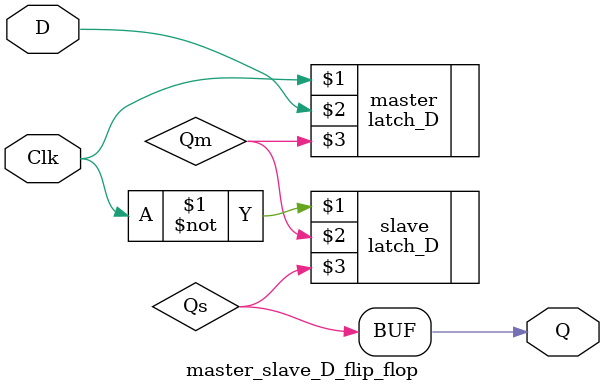
<source format=v>
module master_slave_D_flip_flop(
	input Clk,D,
	output Q);
	
	wire Qm,Qs /* synthesis keep */;
	
	
	latch_D master(Clk,D,Qm);
	
	
	latch_D slave(~Clk,Qm,Qs);
	
	assign Q = Qs;
	
endmodule
</source>
